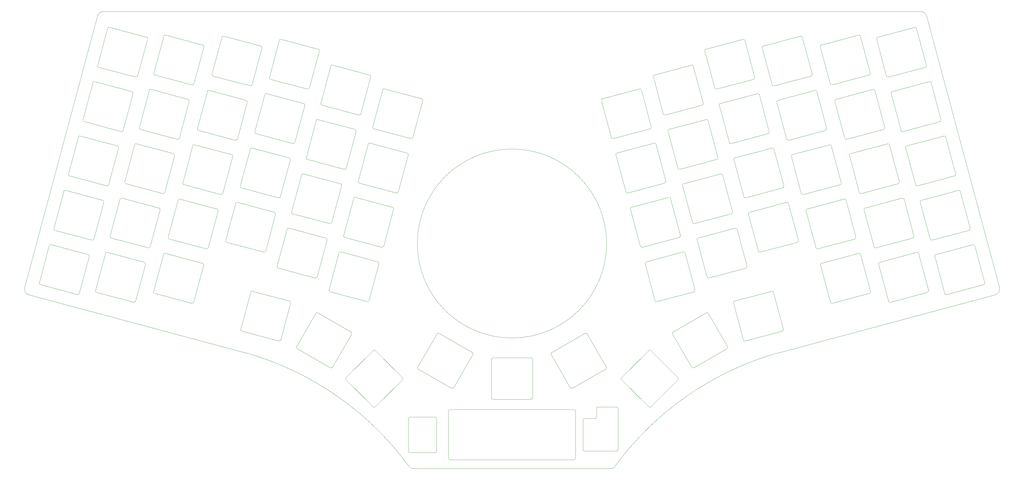
<source format=gbr>
G04 #@! TF.GenerationSoftware,KiCad,Pcbnew,7.0.6*
G04 #@! TF.CreationDate,2023-08-27T09:35:37+01:00*
G04 #@! TF.ProjectId,Plate Scroll,506c6174-6520-4536-9372-6f6c6c2e6b69,V2.0*
G04 #@! TF.SameCoordinates,Original*
G04 #@! TF.FileFunction,Legend,Top*
G04 #@! TF.FilePolarity,Positive*
%FSLAX46Y46*%
G04 Gerber Fmt 4.6, Leading zero omitted, Abs format (unit mm)*
G04 Created by KiCad (PCBNEW 7.0.6) date 2023-08-27 09:35:37*
%MOMM*%
%LPD*%
G01*
G04 APERTURE LIST*
G04 #@! TA.AperFunction,Profile*
%ADD10C,0.100000*%
G04 #@! TD*
%ADD11C,0.100000*%
G04 APERTURE END LIST*
D10*
X350150411Y-82910416D02*
G75*
G03*
X348218543Y-81427997I-1931870J-517585D01*
G01*
D11*
X71781456Y-81427998D02*
X71613155Y-81435039D01*
X71448153Y-81455831D01*
X71287100Y-81489872D01*
X71130649Y-81536663D01*
X70979452Y-81595702D01*
X70834162Y-81666490D01*
X70695429Y-81748526D01*
X70563908Y-81841308D01*
X70440250Y-81944338D01*
X70325106Y-82057114D01*
X70219130Y-82179136D01*
X70122974Y-82309903D01*
X70037289Y-82448915D01*
X69962728Y-82595672D01*
X69899944Y-82749673D01*
X69849588Y-82910418D01*
D10*
X348218543Y-81427997D02*
X71781456Y-81427998D01*
X245899998Y-215870002D02*
G75*
G03*
X245400001Y-215370002I-499998J2D01*
G01*
X189000001Y-216220001D02*
G75*
G03*
X188500001Y-216720001I-1J-499999D01*
G01*
X245900000Y-215870002D02*
X245900001Y-229770002D01*
X184000001Y-230770001D02*
G75*
G03*
X184500001Y-230270002I-1J500001D01*
G01*
D11*
X244327153Y-235873131D02*
X244237931Y-235924597D01*
X244146279Y-235971354D01*
X244052386Y-236013317D01*
X243956438Y-236050407D01*
X243858624Y-236082541D01*
X243825638Y-236092137D01*
D10*
X188500000Y-232720000D02*
G75*
G03*
X189000001Y-233220000I500000J0D01*
G01*
X234000001Y-229770002D02*
X234000001Y-219770002D01*
X175103249Y-235349184D02*
G75*
G03*
X120122323Y-197036948I-83453999J-61155746D01*
G01*
X245400001Y-230270001D02*
G75*
G03*
X245900001Y-229770002I-1J500001D01*
G01*
X189000001Y-216220000D02*
X231000000Y-216220000D01*
D11*
X244896748Y-235349182D02*
X244821734Y-235445262D01*
X244741175Y-235536414D01*
X244655319Y-235622410D01*
X244564417Y-235703019D01*
X244468718Y-235778011D01*
X244368469Y-235847159D01*
X244327153Y-235873131D01*
D10*
X233999998Y-229770002D02*
G75*
G03*
X234500001Y-230270002I500002J2D01*
G01*
X239078045Y-215369945D02*
G75*
G03*
X238578045Y-215870002I-45J-499955D01*
G01*
X239078045Y-215370002D02*
X245400001Y-215370002D01*
X231500001Y-216720000D02*
X231500001Y-232720001D01*
X238578045Y-218770001D02*
X238578045Y-215870002D01*
X175500001Y-218770001D02*
G75*
G03*
X175000001Y-219270002I-1J-499999D01*
G01*
X175000000Y-230270002D02*
X175000001Y-219270002D01*
X238078045Y-219269945D02*
G75*
G03*
X238578045Y-218770001I-45J500045D01*
G01*
D11*
X175957164Y-236017266D02*
X175862912Y-235975720D01*
X175771024Y-235929430D01*
X175681676Y-235878500D01*
X175595046Y-235823031D01*
X175511311Y-235763127D01*
X175484074Y-235742192D01*
D10*
X234500001Y-219270002D02*
X238078045Y-219270002D01*
D11*
X175484074Y-235742192D02*
X175404611Y-235676654D01*
X175328709Y-235607191D01*
X175256511Y-235533949D01*
X175188158Y-235457075D01*
X175123794Y-235376717D01*
X175103251Y-235349182D01*
D10*
X245400001Y-230270002D02*
X234500001Y-230270002D01*
X184499999Y-219270002D02*
X184500001Y-230270002D01*
X176716465Y-236167006D02*
X243283534Y-236167007D01*
D11*
X176716465Y-236167006D02*
X176594626Y-236163291D01*
X176473485Y-236152191D01*
X176353373Y-236133770D01*
X176234622Y-236108094D01*
X176117565Y-236075230D01*
X176002534Y-236035241D01*
X175957164Y-236017266D01*
D10*
X46615925Y-177360026D02*
X120122323Y-197036948D01*
X184000001Y-230770002D02*
X175499999Y-230770002D01*
X174999998Y-230270002D02*
G75*
G03*
X175499999Y-230770002I500002J2D01*
G01*
X45201174Y-174910454D02*
G75*
G03*
X46615925Y-177360025I1931926J-517546D01*
G01*
X231000001Y-233220001D02*
G75*
G03*
X231500001Y-232720001I-1J500001D01*
G01*
X69849588Y-82910418D02*
X45201229Y-174910469D01*
X374798770Y-174910470D02*
X350150412Y-82910419D01*
D11*
X243825638Y-236092137D02*
X243725805Y-236117493D01*
X243624911Y-236137657D01*
X243523158Y-236152600D01*
X243420749Y-236162294D01*
X243317887Y-236166711D01*
X243283534Y-236167007D01*
D10*
X231500000Y-216720000D02*
G75*
G03*
X231000000Y-216220000I-500000J0D01*
G01*
X373384090Y-177360087D02*
G75*
G03*
X374798769Y-174910470I-517190J1931987D01*
G01*
X234500001Y-219270001D02*
G75*
G03*
X234000001Y-219770002I-1J-499999D01*
G01*
X242000000Y-160000000D02*
G75*
G03*
X242000000Y-160000000I-32000000J0D01*
G01*
X175500001Y-218770002D02*
X184000000Y-218770002D01*
X184499998Y-219270002D02*
G75*
G03*
X184000000Y-218770002I-499998J2D01*
G01*
X299877677Y-197036947D02*
G75*
G03*
X244896748Y-235349182I28473063J-99467973D01*
G01*
X188500001Y-232720000D02*
X188500001Y-216720001D01*
X231000001Y-233220000D02*
X189000001Y-233220000D01*
X299877677Y-197036948D02*
X373384074Y-177360026D01*
X174880677Y-129948387D02*
X171516029Y-142505423D01*
X170903657Y-142858977D02*
X158346621Y-139494329D01*
X174527123Y-129336015D02*
X161970087Y-125971367D01*
X161357715Y-126324921D02*
X157993067Y-138881957D01*
X170903657Y-142858976D02*
G75*
G03*
X171516028Y-142505423I129409J482962D01*
G01*
X174880676Y-129948387D02*
G75*
G03*
X174527123Y-129336016I-482962J129409D01*
G01*
X157993068Y-138881957D02*
G75*
G03*
X158346621Y-139494328I482962J-129409D01*
G01*
X161970087Y-125971368D02*
G75*
G03*
X161357716Y-126324921I-129409J-482962D01*
G01*
X327814668Y-163669259D02*
X331179316Y-176226295D01*
X330825762Y-176838667D02*
X318268726Y-180203315D01*
X327202296Y-163315705D02*
X314645260Y-166680353D01*
X314291706Y-167292725D02*
X317656354Y-179849761D01*
X330825762Y-176838666D02*
G75*
G03*
X331179315Y-176226295I-129409J482962D01*
G01*
X327814667Y-163669259D02*
G75*
G03*
X327202296Y-163315706I-482962J-129409D01*
G01*
X317656355Y-179849761D02*
G75*
G03*
X318268726Y-180203314I482962J129409D01*
G01*
X314645260Y-166680354D02*
G75*
G03*
X314291707Y-167292725I129409J-482962D01*
G01*
X235348538Y-190552245D02*
X241848538Y-201810575D01*
X241665525Y-202493588D02*
X230407195Y-208993588D01*
X234665525Y-190369232D02*
X223407195Y-196869232D01*
X223224182Y-197552245D02*
X229724182Y-208810575D01*
X241665525Y-202493588D02*
G75*
G03*
X241848538Y-201810575I-250001J433013D01*
G01*
X235348538Y-190552245D02*
G75*
G03*
X234665525Y-190369232I-433013J-250001D01*
G01*
X229724182Y-208810575D02*
G75*
G03*
X230407195Y-208993588I433013J250000D01*
G01*
X223407195Y-196869232D02*
G75*
G03*
X223224182Y-197552245I250000J-433013D01*
G01*
X347448187Y-163338979D02*
X350812835Y-175896015D01*
X350459281Y-176508387D02*
X337902245Y-179873035D01*
X346835815Y-162985425D02*
X334278779Y-166350073D01*
X333925225Y-166962445D02*
X337289873Y-179519481D01*
X350459281Y-176508386D02*
G75*
G03*
X350812834Y-175896015I-129409J482962D01*
G01*
X347448186Y-163338979D02*
G75*
G03*
X346835815Y-162985426I-482962J-129409D01*
G01*
X337289874Y-179519481D02*
G75*
G03*
X337902245Y-179873034I482962J129409D01*
G01*
X334278779Y-166350074D02*
G75*
G03*
X333925226Y-166962445I129409J-482962D01*
G01*
X346743373Y-87105029D02*
X350108021Y-99662065D01*
X349754467Y-100274437D02*
X337197431Y-103639085D01*
X346131001Y-86751475D02*
X333573965Y-90116123D01*
X333220411Y-90728495D02*
X336585059Y-103285531D01*
X349754467Y-100274436D02*
G75*
G03*
X350108020Y-99662065I-129409J482962D01*
G01*
X346743372Y-87105029D02*
G75*
G03*
X346131001Y-86751476I-482962J-129409D01*
G01*
X336585060Y-103285531D02*
G75*
G03*
X337197431Y-103639084I482962J129409D01*
G01*
X333573965Y-90116124D02*
G75*
G03*
X333220412Y-90728495I129409J-482962D01*
G01*
X263572752Y-144725794D02*
X266937400Y-157282830D01*
X266583846Y-157895202D02*
X254026810Y-161259850D01*
X262960380Y-144372240D02*
X250403344Y-147736888D01*
X250049790Y-148349260D02*
X253414438Y-160906296D01*
X266583846Y-157895201D02*
G75*
G03*
X266937399Y-157282830I-129409J482962D01*
G01*
X263572751Y-144725794D02*
G75*
G03*
X262960380Y-144372241I-482962J-129409D01*
G01*
X253414439Y-160906296D02*
G75*
G03*
X254026810Y-161259849I482962J129409D01*
G01*
X250403344Y-147736889D02*
G75*
G03*
X250049791Y-148349260I129409J-482962D01*
G01*
X100866254Y-111759773D02*
X97501606Y-124316809D01*
X96889234Y-124670363D02*
X84332198Y-121305715D01*
X100512700Y-111147401D02*
X87955664Y-107782753D01*
X87343292Y-108136307D02*
X83978644Y-120693343D01*
X96889234Y-124670362D02*
G75*
G03*
X97501605Y-124316809I129409J482962D01*
G01*
X100866253Y-111759773D02*
G75*
G03*
X100512700Y-111147402I-482962J129409D01*
G01*
X83978645Y-120693343D02*
G75*
G03*
X84332198Y-121305714I482962J-129409D01*
G01*
X87955664Y-107782754D02*
G75*
G03*
X87343293Y-108136307I-129409J-482962D01*
G01*
X268503257Y-163126687D02*
X271867905Y-175683723D01*
X271514351Y-176296095D02*
X258957315Y-179660743D01*
X267890885Y-162773133D02*
X255333849Y-166137781D01*
X254980295Y-166750153D02*
X258344943Y-179307189D01*
X271514351Y-176296094D02*
G75*
G03*
X271867904Y-175683723I-129409J482962D01*
G01*
X268503256Y-163126687D02*
G75*
G03*
X267890885Y-162773134I-482962J-129409D01*
G01*
X258344944Y-179307189D02*
G75*
G03*
X258957315Y-179660742I482962J129409D01*
G01*
X255333849Y-166137782D02*
G75*
G03*
X254980296Y-166750153I129409J-482962D01*
G01*
X157301534Y-121951048D02*
X153936886Y-134508084D01*
X153324514Y-134861638D02*
X140767478Y-131496990D01*
X156947980Y-121338676D02*
X144390944Y-117974028D01*
X143778572Y-118327582D02*
X140413924Y-130884618D01*
X153324514Y-134861637D02*
G75*
G03*
X153936885Y-134508084I129409J482962D01*
G01*
X157301533Y-121951048D02*
G75*
G03*
X156947980Y-121338677I-482962J129409D01*
G01*
X140413925Y-130884618D02*
G75*
G03*
X140767478Y-131496989I482962J-129409D01*
G01*
X144390944Y-117974029D02*
G75*
G03*
X143778573Y-118327582I-129409J-482962D01*
G01*
X293595080Y-109563571D02*
X296959728Y-122120607D01*
X296606174Y-122732979D02*
X284049138Y-126097627D01*
X292982708Y-109210017D02*
X280425672Y-112574665D01*
X280072118Y-113187037D02*
X283436766Y-125744073D01*
X296606174Y-122732978D02*
G75*
G03*
X296959727Y-122120607I-129409J482962D01*
G01*
X293595079Y-109563571D02*
G75*
G03*
X292982708Y-109210018I-482962J-129409D01*
G01*
X283436767Y-125744073D02*
G75*
G03*
X284049138Y-126097626I482962J129409D01*
G01*
X280425672Y-112574666D02*
G75*
G03*
X280072119Y-113187037I129409J-482962D01*
G01*
X342517689Y-144938084D02*
X345882337Y-157495120D01*
X345528783Y-158107492D02*
X332971747Y-161472140D01*
X341905317Y-144584530D02*
X329348281Y-147949178D01*
X328994727Y-148561550D02*
X332359375Y-161118586D01*
X345528783Y-158107491D02*
G75*
G03*
X345882336Y-157495120I-129409J482962D01*
G01*
X342517688Y-144938084D02*
G75*
G03*
X341905317Y-144584531I-482962J-129409D01*
G01*
X332359376Y-161118586D02*
G75*
G03*
X332971747Y-161472139I482962J129409D01*
G01*
X329348281Y-147949179D02*
G75*
G03*
X328994728Y-148561550I129409J-482962D01*
G01*
X165019669Y-166750169D02*
X161655021Y-179307205D01*
X161042649Y-179660759D02*
X148485613Y-176296111D01*
X164666115Y-166137797D02*
X152109079Y-162773149D01*
X151496707Y-163126703D02*
X148132059Y-175683739D01*
X161042649Y-179660758D02*
G75*
G03*
X161655020Y-179307205I129409J482962D01*
G01*
X165019668Y-166750169D02*
G75*
G03*
X164666115Y-166137798I-482962J129409D01*
G01*
X148132060Y-175683739D02*
G75*
G03*
X148485613Y-176296110I482962J-129409D01*
G01*
X152109079Y-162773150D02*
G75*
G03*
X151496708Y-163126703I-129409J-482962D01*
G01*
X317953664Y-126867482D02*
X321318312Y-139424518D01*
X320964758Y-140036890D02*
X308407722Y-143401538D01*
X317341292Y-126513928D02*
X304784256Y-129878576D01*
X304430702Y-130490948D02*
X307795350Y-143047984D01*
X320964758Y-140036889D02*
G75*
G03*
X321318311Y-139424518I-129409J482962D01*
G01*
X317953663Y-126867482D02*
G75*
G03*
X317341292Y-126513929I-482962J-129409D01*
G01*
X307795351Y-143047984D02*
G75*
G03*
X308407722Y-143401537I482962J129409D01*
G01*
X304784256Y-129878577D02*
G75*
G03*
X304430703Y-130490948I129409J-482962D01*
G01*
X86074750Y-166962438D02*
X82710102Y-179519474D01*
X82097730Y-179873028D02*
X69540694Y-176508380D01*
X85721196Y-166350066D02*
X73164160Y-162985418D01*
X72551788Y-163338972D02*
X69187140Y-175896008D01*
X82097730Y-179873027D02*
G75*
G03*
X82710101Y-179519474I129409J482962D01*
G01*
X86074749Y-166962438D02*
G75*
G03*
X85721196Y-166350067I-482962J129409D01*
G01*
X69187141Y-175896008D02*
G75*
G03*
X69540694Y-176508379I482962J-129409D01*
G01*
X73164160Y-162985419D02*
G75*
G03*
X72551789Y-163338972I-129409J-482962D01*
G01*
X258642253Y-126324922D02*
X262006901Y-138881958D01*
X261653347Y-139494330D02*
X249096311Y-142858978D01*
X258029881Y-125971368D02*
X245472845Y-129336016D01*
X245119291Y-129948388D02*
X248483939Y-142505424D01*
X261653347Y-139494329D02*
G75*
G03*
X262006900Y-138881958I-129409J482962D01*
G01*
X258642252Y-126324922D02*
G75*
G03*
X258029881Y-125971369I-482962J-129409D01*
G01*
X248483940Y-142505424D02*
G75*
G03*
X249096311Y-142858977I482962J129409D01*
G01*
X245472845Y-129336017D02*
G75*
G03*
X245119292Y-129948388I129409J-482962D01*
G01*
X155758719Y-190627367D02*
X149258719Y-201885697D01*
X148575706Y-202068710D02*
X137317376Y-195568710D01*
X155575706Y-189944354D02*
X144317376Y-183444354D01*
X143634363Y-183627367D02*
X137134363Y-194885697D01*
X148575707Y-202068709D02*
G75*
G03*
X149258718Y-201885697I249999J433013D01*
G01*
X155758718Y-190627366D02*
G75*
G03*
X155575706Y-189944355I-433013J249999D01*
G01*
X137134363Y-194885697D02*
G75*
G03*
X137317376Y-195568710I433013J-250000D01*
G01*
X144317376Y-183444354D02*
G75*
G03*
X143634363Y-183627367I-250000J-433013D01*
G01*
X147440546Y-158752828D02*
X144075898Y-171309864D01*
X143463526Y-171663418D02*
X130906490Y-168298770D01*
X147086992Y-158140456D02*
X134529956Y-154775808D01*
X133917584Y-155129362D02*
X130552936Y-167686398D01*
X143463526Y-171663417D02*
G75*
G03*
X144075897Y-171309864I129409J482962D01*
G01*
X147440545Y-158752828D02*
G75*
G03*
X147086992Y-158140457I-482962J129409D01*
G01*
X130552937Y-167686398D02*
G75*
G03*
X130906490Y-168298769I482962J-129409D01*
G01*
X134529956Y-154775809D02*
G75*
G03*
X133917585Y-155129362I-129409J-482962D01*
G01*
X162232044Y-103550157D02*
X158867396Y-116107193D01*
X158255024Y-116460747D02*
X145697988Y-113096099D01*
X161878490Y-102937785D02*
X149321454Y-99573137D01*
X148709082Y-99926691D02*
X145344434Y-112483727D01*
X158255024Y-116460746D02*
G75*
G03*
X158867395Y-116107193I129409J482962D01*
G01*
X162232043Y-103550157D02*
G75*
G03*
X161878490Y-102937786I-482962J129409D01*
G01*
X145344435Y-112483727D02*
G75*
G03*
X145697988Y-113096098I482962J-129409D01*
G01*
X149321454Y-99573138D02*
G75*
G03*
X148709083Y-99926691I-129409J-482962D01*
G01*
X196775757Y-197552247D02*
X190275757Y-208810577D01*
X189592744Y-208993590D02*
X178334414Y-202493590D01*
X196592744Y-196869234D02*
X185334414Y-190369234D01*
X184651401Y-190552247D02*
X178151401Y-201810577D01*
X189592745Y-208993589D02*
G75*
G03*
X190275756Y-208810577I249999J433013D01*
G01*
X196775756Y-197552246D02*
G75*
G03*
X196592744Y-196869235I-433013J249999D01*
G01*
X178151401Y-201810577D02*
G75*
G03*
X178334414Y-202493590I433013J-250000D01*
G01*
X185334414Y-190369234D02*
G75*
G03*
X184651401Y-190552247I-250000J-433013D01*
G01*
X91005233Y-148561549D02*
X87640585Y-161118585D01*
X87028213Y-161472139D02*
X74471177Y-158107491D01*
X90651679Y-147949177D02*
X78094643Y-144584529D01*
X77482271Y-144938083D02*
X74117623Y-157495119D01*
X87028213Y-161472138D02*
G75*
G03*
X87640584Y-161118585I129409J482962D01*
G01*
X91005232Y-148561549D02*
G75*
G03*
X90651679Y-147949178I-482962J129409D01*
G01*
X74117624Y-157495119D02*
G75*
G03*
X74471177Y-158107490I482962J-129409D01*
G01*
X78094643Y-144584530D02*
G75*
G03*
X77482272Y-144938083I-129409J-482962D01*
G01*
X172949270Y-206121469D02*
X163756881Y-215313858D01*
X163049775Y-215313858D02*
X153857386Y-206121469D01*
X172949270Y-205414363D02*
X163756881Y-196221974D01*
X163049775Y-196221974D02*
X153857386Y-205414363D01*
X163049776Y-215313857D02*
G75*
G03*
X163756880Y-215313857I353552J353554D01*
G01*
X172949269Y-206121468D02*
G75*
G03*
X172949269Y-205414364I-353554J353552D01*
G01*
X153857386Y-205414363D02*
G75*
G03*
X153857386Y-206121469I353554J-353553D01*
G01*
X163756881Y-196221974D02*
G75*
G03*
X163049775Y-196221974I-353553J-353554D01*
G01*
X351673863Y-105505908D02*
X355038511Y-118062944D01*
X354684957Y-118675316D02*
X342127921Y-122039964D01*
X351061491Y-105152354D02*
X338504455Y-108517002D01*
X338150901Y-109129374D02*
X341515549Y-121686410D01*
X354684957Y-118675315D02*
G75*
G03*
X355038510Y-118062944I-129409J482962D01*
G01*
X351673862Y-105505908D02*
G75*
G03*
X351061491Y-105152355I-482962J-129409D01*
G01*
X341515550Y-121686410D02*
G75*
G03*
X342127921Y-122039963I482962J129409D01*
G01*
X338504455Y-108517003D02*
G75*
G03*
X338150902Y-109129374I129409J-482962D01*
G01*
X366465372Y-160708573D02*
X369830020Y-173265609D01*
X369476466Y-173877981D02*
X356919430Y-177242629D01*
X365853000Y-160355019D02*
X353295964Y-163719667D01*
X352942410Y-164332039D02*
X356307058Y-176889075D01*
X369476466Y-173877980D02*
G75*
G03*
X369830019Y-173265609I-129409J482962D01*
G01*
X366465371Y-160708573D02*
G75*
G03*
X365853000Y-160355020I-482962J-129409D01*
G01*
X356307059Y-176889075D02*
G75*
G03*
X356919430Y-177242628I482962J129409D01*
G01*
X353295964Y-163719668D02*
G75*
G03*
X352942411Y-164332039I129409J-482962D01*
G01*
X110638765Y-148891834D02*
X107274117Y-161448870D01*
X106661745Y-161802424D02*
X94104709Y-158437776D01*
X110285211Y-148279462D02*
X97728175Y-144914814D01*
X97115803Y-145268368D02*
X93751155Y-157825404D01*
X106661745Y-161802423D02*
G75*
G03*
X107274116Y-161448870I129409J482962D01*
G01*
X110638764Y-148891834D02*
G75*
G03*
X110285211Y-148279463I-482962J129409D01*
G01*
X93751156Y-157825404D02*
G75*
G03*
X94104709Y-158437775I482962J-129409D01*
G01*
X97728175Y-144914815D02*
G75*
G03*
X97115804Y-145268368I-129409J-482962D01*
G01*
X135143762Y-180110433D02*
X131779114Y-192667469D01*
X131166742Y-193021023D02*
X118609706Y-189656375D01*
X134790208Y-179498061D02*
X122233172Y-176133413D01*
X121620800Y-176486967D02*
X118256152Y-189044003D01*
X131166742Y-193021022D02*
G75*
G03*
X131779113Y-192667469I129409J482962D01*
G01*
X135143761Y-180110433D02*
G75*
G03*
X134790208Y-179498062I-482962J129409D01*
G01*
X118256153Y-189044003D02*
G75*
G03*
X118609706Y-189656374I482962J-129409D01*
G01*
X122233172Y-176133414D02*
G75*
G03*
X121620801Y-176486967I-129409J-482962D01*
G01*
X120499761Y-112090040D02*
X117135113Y-124647076D01*
X116522741Y-125000630D02*
X103965705Y-121635982D01*
X120146207Y-111477668D02*
X107589171Y-108113020D01*
X106976799Y-108466574D02*
X103612151Y-121023610D01*
X116522741Y-125000629D02*
G75*
G03*
X117135112Y-124647076I129409J482962D01*
G01*
X120499760Y-112090040D02*
G75*
G03*
X120146207Y-111477669I-482962J129409D01*
G01*
X103612152Y-121023610D02*
G75*
G03*
X103965705Y-121635981I482962J-129409D01*
G01*
X107589171Y-108113021D02*
G75*
G03*
X106976800Y-108466574I-129409J-482962D01*
G01*
X313023168Y-108466599D02*
X316387816Y-121023635D01*
X316034262Y-121636007D02*
X303477226Y-125000655D01*
X312410796Y-108113045D02*
X299853760Y-111477693D01*
X299500206Y-112090065D02*
X302864854Y-124647101D01*
X316034262Y-121636006D02*
G75*
G03*
X316387815Y-121023635I-129409J482962D01*
G01*
X313023167Y-108466599D02*
G75*
G03*
X312410796Y-108113046I-482962J-129409D01*
G01*
X302864855Y-124647101D02*
G75*
G03*
X303477226Y-125000654I482962J129409D01*
G01*
X299853760Y-111477694D02*
G75*
G03*
X299500207Y-112090065I129409J-482962D01*
G01*
X303456096Y-146365330D02*
X306820744Y-158922366D01*
X306467190Y-159534738D02*
X293910154Y-162899386D01*
X302843724Y-146011776D02*
X290286688Y-149376424D01*
X289933134Y-149988796D02*
X293297782Y-162545832D01*
X306467190Y-159534737D02*
G75*
G03*
X306820743Y-158922366I-129409J482962D01*
G01*
X303456095Y-146365330D02*
G75*
G03*
X302843724Y-146011777I-482962J-129409D01*
G01*
X293297783Y-162545832D02*
G75*
G03*
X293910154Y-162899385I482962J129409D01*
G01*
X290286688Y-149376425D02*
G75*
G03*
X289933135Y-149988796I129409J-482962D01*
G01*
X327726174Y-89735430D02*
X331090822Y-102292466D01*
X330737268Y-102904838D02*
X318180232Y-106269486D01*
X327113802Y-89381876D02*
X314556766Y-92746524D01*
X314203212Y-93358896D02*
X317567860Y-105915932D01*
X330737268Y-102904837D02*
G75*
G03*
X331090821Y-102292466I-129409J482962D01*
G01*
X327726173Y-89735430D02*
G75*
G03*
X327113802Y-89381877I-482962J-129409D01*
G01*
X317567861Y-105915932D02*
G75*
G03*
X318180232Y-106269485I482962J129409D01*
G01*
X314556766Y-92746525D02*
G75*
G03*
X314203213Y-93358896I129409J-482962D01*
G01*
X67057551Y-164332040D02*
X63692903Y-176889076D01*
X63080531Y-177242630D02*
X50523495Y-173877982D01*
X66703997Y-163719668D02*
X54146961Y-160355020D01*
X53534589Y-160708574D02*
X50169941Y-173265610D01*
X63080531Y-177242629D02*
G75*
G03*
X63692902Y-176889076I129409J482962D01*
G01*
X67057550Y-164332040D02*
G75*
G03*
X66703997Y-163719669I-482962J129409D01*
G01*
X50169942Y-173265610D02*
G75*
G03*
X50523495Y-173877981I482962J-129409D01*
G01*
X54146961Y-160355021D02*
G75*
G03*
X53534590Y-160708574I-129409J-482962D01*
G01*
X115569265Y-130490935D02*
X112204617Y-143047971D01*
X111592245Y-143401525D02*
X99035209Y-140036877D01*
X115215711Y-129878563D02*
X102658675Y-126513915D01*
X102046303Y-126867469D02*
X98681655Y-139424505D01*
X111592245Y-143401524D02*
G75*
G03*
X112204616Y-143047971I129409J482962D01*
G01*
X115569264Y-130490935D02*
G75*
G03*
X115215711Y-129878564I-482962J129409D01*
G01*
X98681656Y-139424505D02*
G75*
G03*
X99035209Y-140036876I482962J-129409D01*
G01*
X102658675Y-126513916D02*
G75*
G03*
X102046304Y-126867469I-129409J-482962D01*
G01*
X134997319Y-131587916D02*
X131632671Y-144144952D01*
X131020299Y-144498506D02*
X118463263Y-141133858D01*
X134643765Y-130975544D02*
X122086729Y-127610896D01*
X121474357Y-127964450D02*
X118109709Y-140521486D01*
X131020299Y-144498505D02*
G75*
G03*
X131632670Y-144144952I129409J482962D01*
G01*
X134997318Y-131587916D02*
G75*
G03*
X134643765Y-130975545I-482962J129409D01*
G01*
X118109710Y-140521486D02*
G75*
G03*
X118463263Y-141133857I482962J-129409D01*
G01*
X122086729Y-127610897D02*
G75*
G03*
X121474358Y-127964450I-129409J-482962D01*
G01*
X361534872Y-142307695D02*
X364899520Y-154864731D01*
X364545966Y-155477103D02*
X351988930Y-158841751D01*
X360922500Y-141954141D02*
X348365464Y-145318789D01*
X348011910Y-145931161D02*
X351376558Y-158488197D01*
X364545966Y-155477102D02*
G75*
G03*
X364899519Y-154864731I-129409J482962D01*
G01*
X361534871Y-142307695D02*
G75*
G03*
X360922500Y-141954142I-482962J-129409D01*
G01*
X351376559Y-158488197D02*
G75*
G03*
X351988930Y-158841750I482962J129409D01*
G01*
X348365464Y-145318790D02*
G75*
G03*
X348011911Y-145931161I129409J-482962D01*
G01*
X322884171Y-145268384D02*
X326248819Y-157825420D01*
X325895265Y-158437792D02*
X313338229Y-161802440D01*
X322271799Y-144914830D02*
X309714763Y-148279478D01*
X309361209Y-148891850D02*
X312725857Y-161448886D01*
X325895265Y-158437791D02*
G75*
G03*
X326248818Y-157825420I-129409J482962D01*
G01*
X322884170Y-145268384D02*
G75*
G03*
X322271799Y-144914831I-482962J-129409D01*
G01*
X312725858Y-161448886D02*
G75*
G03*
X313338229Y-161802439I482962J129409D01*
G01*
X309714763Y-148279479D02*
G75*
G03*
X309361210Y-148891850I129409J-482962D01*
G01*
X356604369Y-123906792D02*
X359969017Y-136463828D01*
X359615463Y-137076200D02*
X347058427Y-140440848D01*
X355991997Y-123553238D02*
X343434961Y-126917886D01*
X343081407Y-127530258D02*
X346446055Y-140087294D01*
X359615463Y-137076199D02*
G75*
G03*
X359969016Y-136463828I-129409J482962D01*
G01*
X356604368Y-123906792D02*
G75*
G03*
X355991997Y-123553239I-482962J-129409D01*
G01*
X346446056Y-140087294D02*
G75*
G03*
X347058427Y-140440847I482962J129409D01*
G01*
X343434961Y-126917887D02*
G75*
G03*
X343081408Y-127530258I129409J-482962D01*
G01*
X276365590Y-183627354D02*
X282865590Y-194885684D01*
X282682577Y-195568697D02*
X271424247Y-202068697D01*
X275682577Y-183444341D02*
X264424247Y-189944341D01*
X264241234Y-190627354D02*
X270741234Y-201885684D01*
X282682577Y-195568697D02*
G75*
G03*
X282865590Y-194885684I-250001J433013D01*
G01*
X276365590Y-183627354D02*
G75*
G03*
X275682577Y-183444341I-433013J-250001D01*
G01*
X270741234Y-201885684D02*
G75*
G03*
X271424247Y-202068697I433013J250000D01*
G01*
X264424247Y-189944341D02*
G75*
G03*
X264241234Y-190627354I250000J-433013D01*
G01*
X105796761Y-93358888D02*
X102432113Y-105915924D01*
X101819741Y-106269478D02*
X89262705Y-102904830D01*
X105443207Y-92746516D02*
X92886171Y-89381868D01*
X92273799Y-89735422D02*
X88909151Y-102292458D01*
X101819741Y-106269477D02*
G75*
G03*
X102432112Y-105915924I129409J482962D01*
G01*
X105796760Y-93358888D02*
G75*
G03*
X105443207Y-92746517I-482962J129409D01*
G01*
X88909152Y-102292458D02*
G75*
G03*
X89262705Y-102904829I482962J-129409D01*
G01*
X92886171Y-89381869D02*
G75*
G03*
X92273800Y-89735422I-129409J-482962D01*
G01*
X125430271Y-93689188D02*
X122065623Y-106246224D01*
X121453251Y-106599778D02*
X108896215Y-103235130D01*
X125076717Y-93076816D02*
X112519681Y-89712168D01*
X111907309Y-90065722D02*
X108542661Y-102622758D01*
X121453251Y-106599777D02*
G75*
G03*
X122065622Y-106246224I129409J482962D01*
G01*
X125430270Y-93689188D02*
G75*
G03*
X125076717Y-93076817I-482962J129409D01*
G01*
X108542662Y-102622758D02*
G75*
G03*
X108896215Y-103235129I482962J-129409D01*
G01*
X112519681Y-89712169D02*
G75*
G03*
X111907310Y-90065722I-129409J-482962D01*
G01*
X179811175Y-111547491D02*
X176446527Y-124104527D01*
X175834155Y-124458081D02*
X163277119Y-121093433D01*
X179457621Y-110935119D02*
X166900585Y-107570471D01*
X166288213Y-107924025D02*
X162923565Y-120481061D01*
X175834155Y-124458080D02*
G75*
G03*
X176446526Y-124104527I129409J482962D01*
G01*
X179811174Y-111547491D02*
G75*
G03*
X179457621Y-110935120I-482962J129409D01*
G01*
X162923566Y-120481061D02*
G75*
G03*
X163277119Y-121093432I482962J-129409D01*
G01*
X166900585Y-107570472D02*
G75*
G03*
X166288214Y-107924025I-129409J-482962D01*
G01*
X95935753Y-130160642D02*
X92571105Y-142717678D01*
X91958733Y-143071232D02*
X79401697Y-139706584D01*
X95582199Y-129548270D02*
X83025163Y-126183622D01*
X82412791Y-126537176D02*
X79048143Y-139094212D01*
X91958733Y-143071231D02*
G75*
G03*
X92571104Y-142717678I129409J482962D01*
G01*
X95935752Y-130160642D02*
G75*
G03*
X95582199Y-129548271I-482962J129409D01*
G01*
X79048144Y-139094212D02*
G75*
G03*
X79401697Y-139706583I482962J-129409D01*
G01*
X83025163Y-126183623D02*
G75*
G03*
X82412792Y-126537176I-129409J-482962D01*
G01*
X308092653Y-90065720D02*
X311457301Y-102622756D01*
X311103747Y-103235128D02*
X298546711Y-106599776D01*
X307480281Y-89712166D02*
X294923245Y-93076814D01*
X294569691Y-93689186D02*
X297934339Y-106246222D01*
X311103747Y-103235127D02*
G75*
G03*
X311457300Y-102622756I-129409J482962D01*
G01*
X308092652Y-90065720D02*
G75*
G03*
X307480281Y-89712167I-482962J-129409D01*
G01*
X297934340Y-106246222D02*
G75*
G03*
X298546711Y-106599775I482962J129409D01*
G01*
X294923245Y-93076815D02*
G75*
G03*
X294569692Y-93689186I129409J-482962D01*
G01*
X86779570Y-90728482D02*
X83414922Y-103285518D01*
X82802550Y-103639072D02*
X70245514Y-100274424D01*
X86426016Y-90116110D02*
X73868980Y-86751462D01*
X73256608Y-87105016D02*
X69891960Y-99662052D01*
X82802550Y-103639071D02*
G75*
G03*
X83414921Y-103285518I129409J482962D01*
G01*
X86779569Y-90728482D02*
G75*
G03*
X86426016Y-90116111I-482962J129409D01*
G01*
X69891961Y-99662052D02*
G75*
G03*
X70245514Y-100274423I482962J-129409D01*
G01*
X73868980Y-86751463D02*
G75*
G03*
X73256609Y-87105016I-129409J-482962D01*
G01*
X298379159Y-176486970D02*
X301743807Y-189044006D01*
X301390253Y-189656378D02*
X288833217Y-193021026D01*
X297766787Y-176133416D02*
X285209751Y-179498064D01*
X284856197Y-180110436D02*
X288220845Y-192667472D01*
X301390253Y-189656377D02*
G75*
G03*
X301743806Y-189044006I-129409J482962D01*
G01*
X298379158Y-176486970D02*
G75*
G03*
X297766787Y-176133417I-482962J-129409D01*
G01*
X288220846Y-192667472D02*
G75*
G03*
X288833217Y-193021025I482962J129409D01*
G01*
X285209751Y-179498065D02*
G75*
G03*
X284856198Y-180110436I129409J-482962D01*
G01*
X271290881Y-99926724D02*
X274655529Y-112483760D01*
X274301975Y-113096132D02*
X261744939Y-116460780D01*
X270678509Y-99573170D02*
X258121473Y-102937818D01*
X257767919Y-103550190D02*
X261132567Y-116107226D01*
X274301975Y-113096131D02*
G75*
G03*
X274655528Y-112483760I-129409J482962D01*
G01*
X271290880Y-99926724D02*
G75*
G03*
X270678509Y-99573171I-482962J-129409D01*
G01*
X261132568Y-116107226D02*
G75*
G03*
X261744939Y-116460779I482962J129409D01*
G01*
X258121473Y-102937819D02*
G75*
G03*
X257767920Y-103550190I129409J-482962D01*
G01*
X253711755Y-107924040D02*
X257076403Y-120481076D01*
X256722849Y-121093448D02*
X244165813Y-124458096D01*
X253099383Y-107570486D02*
X240542347Y-110935134D01*
X240188793Y-111547506D02*
X243553441Y-124104542D01*
X256722849Y-121093447D02*
G75*
G03*
X257076402Y-120481076I-129409J482962D01*
G01*
X253711754Y-107924040D02*
G75*
G03*
X253099383Y-107570487I-482962J-129409D01*
G01*
X243553442Y-124104542D02*
G75*
G03*
X244165813Y-124458095I482962J129409D01*
G01*
X240542347Y-110935135D02*
G75*
G03*
X240188794Y-111547506I129409J-482962D01*
G01*
X276221404Y-118327611D02*
X279586052Y-130884647D01*
X279232498Y-131497019D02*
X266675462Y-134861667D01*
X275609032Y-117974057D02*
X263051996Y-121338705D01*
X262698442Y-121951077D02*
X266063090Y-134508113D01*
X279232498Y-131497018D02*
G75*
G03*
X279586051Y-130884647I-129409J482962D01*
G01*
X276221403Y-118327611D02*
G75*
G03*
X275609032Y-117974058I-482962J-129409D01*
G01*
X266063091Y-134508113D02*
G75*
G03*
X266675462Y-134861666I482962J129409D01*
G01*
X263051996Y-121338706D02*
G75*
G03*
X262698443Y-121951077I129409J-482962D01*
G01*
X216999974Y-199220015D02*
X216999974Y-212220015D01*
X216499974Y-212720015D02*
X203499974Y-212720015D01*
X216499974Y-198720015D02*
X203499974Y-198720015D01*
X202999974Y-199220015D02*
X202999974Y-212220015D01*
X216499974Y-212720015D02*
G75*
G03*
X216999974Y-212220015I-1J500001D01*
G01*
X216999974Y-199220015D02*
G75*
G03*
X216499974Y-198720015I-500001J-1D01*
G01*
X202999974Y-212220015D02*
G75*
G03*
X203499974Y-212720015I500000J0D01*
G01*
X203499974Y-198720015D02*
G75*
G03*
X202999974Y-199220015I0J-500000D01*
G01*
X256950192Y-196221974D02*
X266142581Y-205414363D01*
X266142581Y-206121469D02*
X256950192Y-215313858D01*
X256243086Y-196221974D02*
X247050697Y-205414363D01*
X247050697Y-206121469D02*
X256243086Y-215313858D01*
X266142580Y-206121468D02*
G75*
G03*
X266142580Y-205414364I-353554J353552D01*
G01*
X256950191Y-196221975D02*
G75*
G03*
X256243087Y-196221975I-353552J-353554D01*
G01*
X256243086Y-215313858D02*
G75*
G03*
X256950192Y-215313858I353553J353554D01*
G01*
X247050697Y-205414363D02*
G75*
G03*
X247050697Y-206121469I353554J-353553D01*
G01*
X332656680Y-108136304D02*
X336021328Y-120693340D01*
X335667774Y-121305712D02*
X323110738Y-124670360D01*
X332044308Y-107782750D02*
X319487272Y-111147398D01*
X319133718Y-111759770D02*
X322498366Y-124316806D01*
X335667774Y-121305711D02*
G75*
G03*
X336021327Y-120693340I-129409J482962D01*
G01*
X332656679Y-108136304D02*
G75*
G03*
X332044308Y-107782751I-482962J-129409D01*
G01*
X322498367Y-124316806D02*
G75*
G03*
X323110738Y-124670359I482962J129409D01*
G01*
X319487272Y-111147399D02*
G75*
G03*
X319133719Y-111759770I129409J-482962D01*
G01*
X130066838Y-149988796D02*
X126702190Y-162545832D01*
X126089818Y-162899386D02*
X113532782Y-159534738D01*
X129713284Y-149376424D02*
X117156248Y-146011776D01*
X116543876Y-146365330D02*
X113179228Y-158922366D01*
X126089818Y-162899385D02*
G75*
G03*
X126702189Y-162545832I129409J482962D01*
G01*
X130066837Y-149988796D02*
G75*
G03*
X129713284Y-149376425I-482962J129409D01*
G01*
X113179229Y-158922366D02*
G75*
G03*
X113532782Y-159534737I482962J-129409D01*
G01*
X117156248Y-146011777D02*
G75*
G03*
X116543877Y-146365330I-129409J-482962D01*
G01*
X169950166Y-148349267D02*
X166585518Y-160906303D01*
X165973146Y-161259857D02*
X153416110Y-157895209D01*
X169596612Y-147736895D02*
X157039576Y-144372247D01*
X156427204Y-144725801D02*
X153062556Y-157282837D01*
X165973146Y-161259856D02*
G75*
G03*
X166585517Y-160906303I129409J482962D01*
G01*
X169950165Y-148349267D02*
G75*
G03*
X169596612Y-147736896I-482962J129409D01*
G01*
X153062557Y-157282837D02*
G75*
G03*
X153416110Y-157895208I482962J-129409D01*
G01*
X157039576Y-144372248D02*
G75*
G03*
X156427205Y-144725801I-129409J-482962D01*
G01*
X337587185Y-126537191D02*
X340951833Y-139094227D01*
X340598279Y-139706599D02*
X328041243Y-143071247D01*
X336974813Y-126183637D02*
X324417777Y-129548285D01*
X324064223Y-130160657D02*
X327428871Y-142717693D01*
X340598279Y-139706598D02*
G75*
G03*
X340951832Y-139094227I-129409J482962D01*
G01*
X337587184Y-126537191D02*
G75*
G03*
X336974813Y-126183638I-482962J-129409D01*
G01*
X327428872Y-142717693D02*
G75*
G03*
X328041243Y-143071246I482962J129409D01*
G01*
X324417777Y-129548286D02*
G75*
G03*
X324064224Y-130160657I129409J-482962D01*
G01*
X298525575Y-127964454D02*
X301890223Y-140521490D01*
X301536669Y-141133862D02*
X288979633Y-144498510D01*
X297913203Y-127610900D02*
X285356167Y-130975548D01*
X285002613Y-131587920D02*
X288367261Y-144144956D01*
X301536669Y-141133861D02*
G75*
G03*
X301890222Y-140521490I-129409J482962D01*
G01*
X298525574Y-127964454D02*
G75*
G03*
X297913203Y-127610901I-482962J-129409D01*
G01*
X288367262Y-144144956D02*
G75*
G03*
X288979633Y-144498509I482962J129409D01*
G01*
X285356167Y-130975549D02*
G75*
G03*
X285002614Y-131587920I129409J-482962D01*
G01*
X281151901Y-136728493D02*
X284516549Y-149285529D01*
X284162995Y-149897901D02*
X271605959Y-153262549D01*
X280539529Y-136374939D02*
X267982493Y-139739587D01*
X267628939Y-140351959D02*
X270993587Y-152908995D01*
X284162995Y-149897900D02*
G75*
G03*
X284516548Y-149285529I-129409J482962D01*
G01*
X281151900Y-136728493D02*
G75*
G03*
X280539529Y-136374940I-482962J-129409D01*
G01*
X270993588Y-152908995D02*
G75*
G03*
X271605959Y-153262548I482962J129409D01*
G01*
X267982493Y-139739588D02*
G75*
G03*
X267628940Y-140351959I129409J-482962D01*
G01*
X152371051Y-140351964D02*
X149006403Y-152909000D01*
X148394031Y-153262554D02*
X135836995Y-149897906D01*
X152017497Y-139739592D02*
X139460461Y-136374944D01*
X138848089Y-136728498D02*
X135483441Y-149285534D01*
X148394031Y-153262553D02*
G75*
G03*
X149006402Y-152909000I129409J482962D01*
G01*
X152371050Y-140351964D02*
G75*
G03*
X152017497Y-139739593I-482962J129409D01*
G01*
X135483442Y-149285534D02*
G75*
G03*
X135836995Y-149897905I482962J-129409D01*
G01*
X139460461Y-136374945D02*
G75*
G03*
X138848090Y-136728498I-129409J-482962D01*
G01*
X286082395Y-155129380D02*
X289447043Y-167686416D01*
X289093489Y-168298788D02*
X276536453Y-171663436D01*
X285470023Y-154775826D02*
X272912987Y-158140474D01*
X272559433Y-158752846D02*
X275924081Y-171309882D01*
X289093489Y-168298787D02*
G75*
G03*
X289447042Y-167686416I-129409J482962D01*
G01*
X286082394Y-155129380D02*
G75*
G03*
X285470023Y-154775827I-482962J-129409D01*
G01*
X275924082Y-171309882D02*
G75*
G03*
X276536453Y-171663435I482962J129409D01*
G01*
X272912987Y-158140475D02*
G75*
G03*
X272559434Y-158752846I129409J-482962D01*
G01*
X76918542Y-127530271D02*
X73553894Y-140087307D01*
X72941522Y-140440861D02*
X60384486Y-137076213D01*
X76564988Y-126917899D02*
X64007952Y-123553251D01*
X63395580Y-123906805D02*
X60030932Y-136463841D01*
X72941522Y-140440860D02*
G75*
G03*
X73553893Y-140087307I129409J482962D01*
G01*
X76918541Y-127530271D02*
G75*
G03*
X76564988Y-126917900I-482962J129409D01*
G01*
X60030933Y-136463841D02*
G75*
G03*
X60384486Y-137076212I482962J-129409D01*
G01*
X64007952Y-123553252D02*
G75*
G03*
X63395581Y-123906805I-129409J-482962D01*
G01*
X71988059Y-145931165D02*
X68623411Y-158488201D01*
X68011039Y-158841755D02*
X55454003Y-155477107D01*
X71634505Y-145318793D02*
X59077469Y-141954145D01*
X58465097Y-142307699D02*
X55100449Y-154864735D01*
X68011039Y-158841754D02*
G75*
G03*
X68623410Y-158488201I129409J482962D01*
G01*
X71988058Y-145931165D02*
G75*
G03*
X71634505Y-145318794I-482962J129409D01*
G01*
X55100450Y-154864735D02*
G75*
G03*
X55454003Y-155477106I482962J-129409D01*
G01*
X59077469Y-141954146D02*
G75*
G03*
X58465098Y-142307699I-129409J-482962D01*
G01*
X139927840Y-113187051D02*
X136563192Y-125744087D01*
X135950820Y-126097641D02*
X123393784Y-122732993D01*
X139574286Y-112574679D02*
X127017250Y-109210031D01*
X126404878Y-109563585D02*
X123040230Y-122120621D01*
X135950820Y-126097640D02*
G75*
G03*
X136563191Y-125744087I129409J482962D01*
G01*
X139927839Y-113187051D02*
G75*
G03*
X139574286Y-112574680I-482962J129409D01*
G01*
X123040231Y-122120621D02*
G75*
G03*
X123393784Y-122732992I482962J-129409D01*
G01*
X127017250Y-109210032D02*
G75*
G03*
X126404879Y-109563585I-129409J-482962D01*
G01*
X144858340Y-94786140D02*
X141493692Y-107343176D01*
X140881320Y-107696730D02*
X128324284Y-104332082D01*
X144504786Y-94173768D02*
X131947750Y-90809120D01*
X131335378Y-91162674D02*
X127970730Y-103719710D01*
X140881320Y-107696729D02*
G75*
G03*
X141493691Y-107343176I129409J482962D01*
G01*
X144858339Y-94786140D02*
G75*
G03*
X144504786Y-94173769I-482962J129409D01*
G01*
X127970731Y-103719710D02*
G75*
G03*
X128324284Y-104332081I482962J-129409D01*
G01*
X131947750Y-90809121D02*
G75*
G03*
X131335379Y-91162674I-129409J-482962D01*
G01*
X288664585Y-91162683D02*
X292029233Y-103719719D01*
X291675679Y-104332091D02*
X279118643Y-107696739D01*
X288052213Y-90809129D02*
X275495177Y-94173777D01*
X275141623Y-94786149D02*
X278506271Y-107343185D01*
X291675679Y-104332090D02*
G75*
G03*
X292029232Y-103719719I-129409J482962D01*
G01*
X288664584Y-91162683D02*
G75*
G03*
X288052213Y-90809130I-482962J-129409D01*
G01*
X278506272Y-107343185D02*
G75*
G03*
X279118643Y-107696738I482962J129409D01*
G01*
X275495177Y-94173778D02*
G75*
G03*
X275141624Y-94786149I129409J-482962D01*
G01*
X105708254Y-167292698D02*
X102343606Y-179849734D01*
X101731234Y-180203288D02*
X89174198Y-176838640D01*
X105354700Y-166680326D02*
X92797664Y-163315678D01*
X92185292Y-163669232D02*
X88820644Y-176226268D01*
X101731234Y-180203287D02*
G75*
G03*
X102343605Y-179849734I129409J482962D01*
G01*
X105708253Y-167292698D02*
G75*
G03*
X105354700Y-166680327I-482962J129409D01*
G01*
X88820645Y-176226268D02*
G75*
G03*
X89174198Y-176838639I482962J-129409D01*
G01*
X92797664Y-163315679D02*
G75*
G03*
X92185293Y-163669232I-129409J-482962D01*
G01*
X81849061Y-109129386D02*
X78484413Y-121686422D01*
X77872041Y-122039976D02*
X65315005Y-118675328D01*
X81495507Y-108517014D02*
X68938471Y-105152366D01*
X68326099Y-105505920D02*
X64961451Y-118062956D01*
X77872041Y-122039975D02*
G75*
G03*
X78484412Y-121686422I129409J482962D01*
G01*
X81849060Y-109129386D02*
G75*
G03*
X81495507Y-108517015I-482962J129409D01*
G01*
X64961452Y-118062956D02*
G75*
G03*
X65315005Y-118675327I482962J-129409D01*
G01*
X68938471Y-105152367D02*
G75*
G03*
X68326100Y-105505920I-129409J-482962D01*
G01*
M02*

</source>
